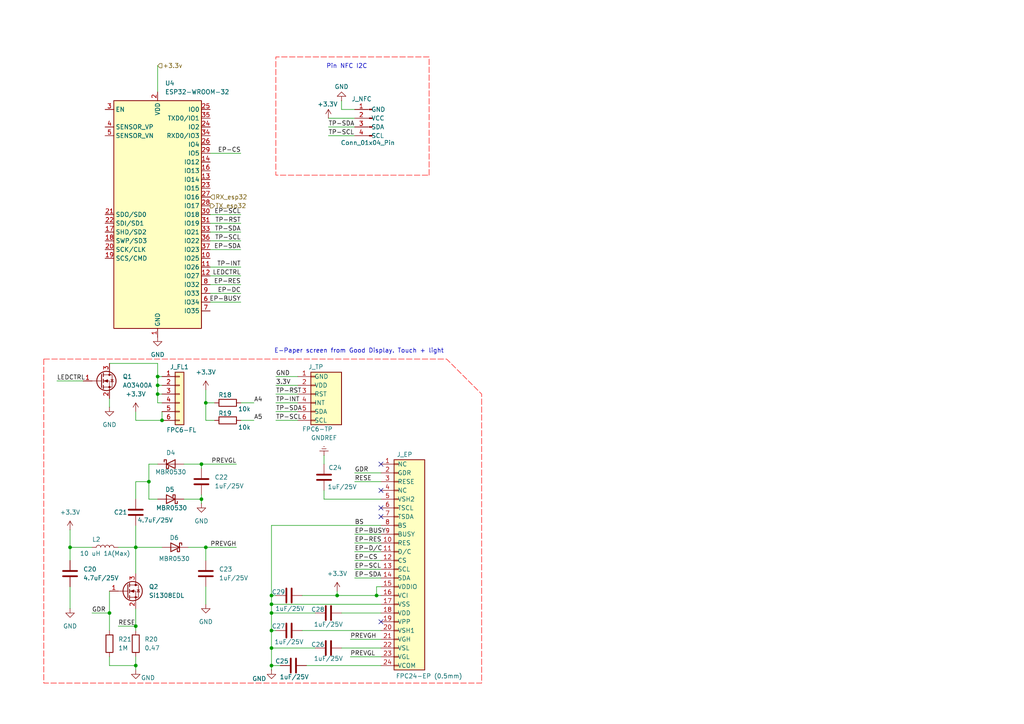
<source format=kicad_sch>
(kicad_sch (version 20250114) (generator "eeschema") (generator_version "9.0")
  (paper "A4")
  (lib_symbols
    (symbol "Conn_01x06_1" (pin_names (offset 1.016))
      (property "Reference" "J_TP" (at -2.032 7.874 0))
      (property "Value" "FPC6-TP" (at -3.81 -10.16 0))
      (symbol "Conn_01x06_1_1_1"
        (rectangle (start -1.27 6.35) (end 7.62 -8.89) (stroke (width 0.254)) (fill (type background)))
        (rectangle (start -1.27 5.207) (end 0 4.953) (stroke (width 0.1524)))
        (rectangle (start -1.27 2.667) (end 0 2.413) (stroke (width 0.1524)))
        (rectangle (start -1.27 0.127) (end 0 -0.127) (stroke (width 0.1524)))
        (rectangle (start -1.27 -2.413) (end 0 -2.667) (stroke (width 0.1524)))
        (rectangle (start -1.27 -4.953) (end 0 -5.207) (stroke (width 0.1524)))
        (rectangle (start -1.27 -7.493) (end 0 -7.747) (stroke (width 0.1524)))
        (pin passive line (at -5.08 5.08 0) (length 3.81) (name "GND") (number "1"))
        (pin passive line (at -5.08 2.54 0) (length 3.81) (name "VDD") (number "2"))
        (pin passive line (at -5.08 0 0) (length 3.81) (name "RST") (number "3"))
        (pin passive line (at -5.08 -2.54 0) (length 3.81) (name "INT") (number "4"))
        (pin passive line (at -5.08 -5.08 0) (length 3.81) (name "SDA") (number "5"))
        (pin passive line (at -5.08 -7.62 0) (length 3.81) (name "SCL") (number "6"))
      )
    )
    (symbol "Connector:Conn_01x04_Pin" (pin_names (offset 1.016))
      (property "Reference" "J_NFC" (at 3.048 5.588 0))
      (property "Value" "Conn_01x04_Pin" (at 1.27 -7.112 0))
      (symbol "Conn_01x04_Pin_1_1"
        (rectangle (start 0.8636 2.667) (end 0 2.413) (stroke (width 0.1524)) (fill (type outline)))
        (rectangle (start 0.8636 0.127) (end 0 -0.127) (stroke (width 0.1524)) (fill (type outline)))
        (rectangle (start 0.8636 -2.413) (end 0 -2.667) (stroke (width 0.1524)) (fill (type outline)))
        (rectangle (start 0.8636 -4.953) (end 0 -5.207) (stroke (width 0.1524)) (fill (type outline)))
        (polyline (pts (xy 1.27 2.54) (xy 0.8636 2.54)) (stroke (width 0.1524)))
        (polyline (pts (xy 1.27 0) (xy 0.8636 0)) (stroke (width 0.1524)))
        (polyline (pts (xy 1.27 -2.54) (xy 0.8636 -2.54)) (stroke (width 0.1524)))
        (polyline (pts (xy 1.27 -5.08) (xy 0.8636 -5.08)) (stroke (width 0.1524)))
        (pin power_in line (at 5.08 2.54 180) (length 3.81) (name "GND") (number "1"))
        (pin power_in line (at 5.08 0 180) (length 3.81) (name "VCC") (number "2"))
        (pin bidirectional line (at 5.08 -2.54 180) (length 3.81) (name "SDA") (number "3"))
        (pin bidirectional line (at 5.08 -5.08 180) (length 3.81) (name "SCL") (number "4"))
      )
    )
    (symbol "Connector_Generic:Conn_01x06" (pin_names (offset 1.016) (hide yes))
      (property "Reference" "J" (at 0 7.62 0))
      (property "Value" "Conn_01x06" (at 0 -10.16 0))
      (symbol "Conn_01x06_1_1"
        (rectangle (start -1.27 6.35) (end 1.27 -8.89) (stroke (width 0.254)) (fill (type background)))
        (rectangle (start -1.27 5.207) (end 0 4.953) (stroke (width 0.1524)))
        (rectangle (start -1.27 2.667) (end 0 2.413) (stroke (width 0.1524)))
        (rectangle (start -1.27 0.127) (end 0 -0.127) (stroke (width 0.1524)))
        (rectangle (start -1.27 -2.413) (end 0 -2.667) (stroke (width 0.1524)))
        (rectangle (start -1.27 -4.953) (end 0 -5.207) (stroke (width 0.1524)))
        (rectangle (start -1.27 -7.493) (end 0 -7.747) (stroke (width 0.1524)))
        (pin passive line (at -5.08 5.08 0) (length 3.81) (name "Pin_1") (number "1"))
        (pin passive line (at -5.08 2.54 0) (length 3.81) (name "Pin_2") (number "2"))
        (pin passive line (at -5.08 0 0) (length 3.81) (name "Pin_3") (number "3"))
        (pin passive line (at -5.08 -2.54 0) (length 3.81) (name "Pin_4") (number "4"))
        (pin passive line (at -5.08 -5.08 0) (length 3.81) (name "Pin_5") (number "5"))
        (pin passive line (at -5.08 -7.62 0) (length 3.81) (name "Pin_6") (number "6"))
      )
    )
    (symbol "Connector_Generic:Conn_01x24" (pin_names (offset 1.016))
      (property "Reference" "J1" (at 2.54 0.0001 0))
      (property "Value" "Conn_01x24" (at -24.13 -1.2699 0))
      (symbol "Conn_01x24_1_1"
        (rectangle (start -1.27 29.21) (end 7.62 -31.75) (stroke (width 0.254)) (fill (type background)))
        (rectangle (start -1.27 28.067) (end 0 27.813) (stroke (width 0.1524)))
        (rectangle (start -1.27 25.527) (end 0 25.273) (stroke (width 0.1524)))
        (rectangle (start -1.27 22.987) (end 0 22.733) (stroke (width 0.1524)))
        (rectangle (start -1.27 20.447) (end 0 20.193) (stroke (width 0.1524)))
        (rectangle (start -1.27 17.907) (end 0 17.653) (stroke (width 0.1524)))
        (rectangle (start -1.27 15.367) (end 0 15.113) (stroke (width 0.1524)))
        (rectangle (start -1.27 12.827) (end 0 12.573) (stroke (width 0.1524)))
        (rectangle (start -1.27 10.287) (end 0 10.033) (stroke (width 0.1524)))
        (rectangle (start -1.27 7.747) (end 0 7.493) (stroke (width 0.1524)))
        (rectangle (start -1.27 5.207) (end 0 4.953) (stroke (width 0.1524)))
        (rectangle (start -1.27 2.667) (end 0 2.413) (stroke (width 0.1524)))
        (rectangle (start -1.27 0.127) (end 0 -0.127) (stroke (width 0.1524)))
        (rectangle (start -1.27 -2.413) (end 0 -2.667) (stroke (width 0.1524)))
        (rectangle (start -1.27 -4.953) (end 0 -5.207) (stroke (width 0.1524)))
        (rectangle (start -1.27 -7.493) (end 0 -7.747) (stroke (width 0.1524)))
        (rectangle (start -1.27 -10.033) (end 0 -10.287) (stroke (width 0.1524)))
        (rectangle (start -1.27 -12.573) (end 0 -12.827) (stroke (width 0.1524)))
        (rectangle (start -1.27 -15.113) (end 0 -15.367) (stroke (width 0.1524)))
        (rectangle (start -1.27 -17.653) (end 0 -17.907) (stroke (width 0.1524)))
        (rectangle (start -1.27 -20.193) (end 0 -20.447) (stroke (width 0.1524)))
        (rectangle (start -1.27 -22.733) (end 0 -22.987) (stroke (width 0.1524)))
        (rectangle (start -1.27 -25.273) (end 0 -25.527) (stroke (width 0.1524)))
        (rectangle (start -1.27 -27.813) (end 0 -28.067) (stroke (width 0.1524)))
        (rectangle (start -1.27 -30.353) (end 0 -30.607) (stroke (width 0.1524)))
        (pin passive line (at -5.08 27.94 0) (length 3.81) (name "NC") (number "1"))
        (pin passive line (at -5.08 25.4 0) (length 3.81) (name "GDR") (number "2"))
        (pin passive line (at -5.08 22.86 0) (length 3.81) (name "RESE") (number "3"))
        (pin passive line (at -5.08 20.32 0) (length 3.81) (name "NC") (number "4"))
        (pin passive line (at -5.08 17.78 0) (length 3.81) (name "VSH2") (number "5"))
        (pin passive line (at -5.08 15.24 0) (length 3.81) (name "TSCL") (number "6"))
        (pin passive line (at -5.08 12.7 0) (length 3.81) (name "TSDA") (number "7"))
        (pin passive line (at -5.08 10.16 0) (length 3.81) (name "BS") (number "8"))
        (pin passive line (at -5.08 7.62 0) (length 3.81) (name "BUSY") (number "9"))
        (pin passive line (at -5.08 5.08 0) (length 3.81) (name "RES") (number "10"))
        (pin passive line (at -5.08 2.54 0) (length 3.81) (name "D/C") (number "11"))
        (pin passive line (at -5.08 0 0) (length 3.81) (name "CS") (number "12"))
        (pin passive line (at -5.08 -2.54 0) (length 3.81) (name "SCL") (number "13"))
        (pin passive line (at -5.08 -5.08 0) (length 3.81) (name "SDA") (number "14"))
        (pin passive line (at -5.08 -7.62 0) (length 3.81) (name "VDDIO") (number "15"))
        (pin passive line (at -5.08 -10.16 0) (length 3.81) (name "VCI") (number "16"))
        (pin passive line (at -5.08 -12.7 0) (length 3.81) (name "VSS") (number "17"))
        (pin passive line (at -5.08 -15.24 0) (length 3.81) (name "VDD") (number "18"))
        (pin passive line (at -5.08 -17.78 0) (length 3.81) (name "VPP") (number "19"))
        (pin passive line (at -5.08 -20.32 0) (length 3.81) (name "VSH1") (number "20"))
        (pin passive line (at -5.08 -22.86 0) (length 3.81) (name "VGH") (number "21"))
        (pin passive line (at -5.08 -25.4 0) (length 3.81) (name "VSL") (number "22"))
        (pin passive line (at -5.08 -27.94 0) (length 3.81) (name "VGL") (number "23"))
        (pin passive line (at -5.08 -30.48 0) (length 3.81) (name "VCOM") (number "24"))
      )
    )
    (symbol "Device:C" (pin_numbers (hide yes)) (pin_names (offset 0.254))
      (property "Reference" "C" (at 0.635 2.54 0))
      (property "Value" "C" (at 0.635 -2.54 0))
      (symbol "C_0_1"
        (polyline (pts (xy -2.032 0.762) (xy 2.032 0.762)) (stroke (width 0.508)))
        (polyline (pts (xy -2.032 -0.762) (xy 2.032 -0.762)) (stroke (width 0.508)))
      )
      (symbol "C_1_1"
        (pin passive line (at 0 3.81 270) (length 2.794) (name "~") (number "1"))
        (pin passive line (at 0 -3.81 90) (length 2.794) (name "~") (number "2"))
      )
    )
    (symbol "Device:L" (pin_numbers (hide yes)) (pin_names (offset 1.016) (hide yes))
      (property "Reference" "L" (at -1.27 0 90))
      (property "Value" "L" (at 1.905 0 90))
      (symbol "L_0_1"
        (arc (start 0 2.54) (mid 0.6323 1.905) (end 0 1.27))
        (arc (start 0 1.27) (mid 0.6323 0.635) (end 0 0))
        (arc (start 0 0) (mid 0.6323 -0.635) (end 0 -1.27))
        (arc (start 0 -1.27) (mid 0.6323 -1.905) (end 0 -2.54))
      )
      (symbol "L_1_1"
        (pin passive line (at 0 3.81 270) (length 1.27) (name "1") (number "1"))
        (pin passive line (at 0 -3.81 90) (length 1.27) (name "2") (number "2"))
      )
    )
    (symbol "Device:R" (pin_numbers (hide yes)) (pin_names (offset 0))
      (property "Reference" "R" (at 2.032 0 90))
      (property "Value" "R" (at 0 0 90))
      (symbol "R_0_1"
        (rectangle (start -1.016 -2.54) (end 1.016 2.54) (stroke (width 0.254)))
      )
      (symbol "R_1_1"
        (pin passive line (at 0 3.81 270) (length 1.27) (name "~") (number "1"))
        (pin passive line (at 0 -3.81 90) (length 1.27) (name "~") (number "2"))
      )
    )
    (symbol "Diode:MBR0530" (pin_numbers (hide yes)) (pin_names (offset 1.016) (hide yes))
      (property "Reference" "D" (at 0 2.54 0))
      (property "Value" "MBR0530" (at 0 -2.54 0))
      (symbol "MBR0530_0_1"
        (polyline (pts (xy -1.905 0.635) (xy -1.905 1.27) (xy -1.27 1.27) (xy -1.27 -1.27) (xy -0.635 -1.27) (xy -0.635 -0.635)) (stroke (width 0.254)))
        (polyline (pts (xy 1.27 1.27) (xy 1.27 -1.27) (xy -1.27 0) (xy 1.27 1.27)) (stroke (width 0.254)))
        (polyline (pts (xy 1.27 0) (xy -1.27 0)))
      )
      (symbol "MBR0530_1_1"
        (pin passive line (at -3.81 0 0) (length 2.54) (name "K") (number "1"))
        (pin passive line (at 3.81 0 180) (length 2.54) (name "A") (number "2"))
      )
    )
    (symbol "RF_Module:ESP32-WROOM-32"
      (property "Reference" "U" (at -12.7 34.29 0))
      (property "Value" "ESP32-WROOM-32" (at 1.27 34.29 0))
      (symbol "ESP32-WROOM-32_0_1"
        (rectangle (start -12.7 33.02) (end 12.7 -33.02) (stroke (width 0.254)) (fill (type background)))
      )
      (symbol "ESP32-WROOM-32_1_1"
        (pin input line (at -15.24 30.48 0) (length 2.54) (name "EN") (number "3"))
        (pin input line (at -15.24 25.4 0) (length 2.54) (name "SENSOR_VP") (number "4"))
        (pin input line (at -15.24 22.86 0) (length 2.54) (name "SENSOR_VN") (number "5"))
        (pin bidirectional line (at -15.24 0 0) (length 2.54) (name "SDO/SD0") (number "21"))
        (pin bidirectional line (at -15.24 -2.54 0) (length 2.54) (name "SDI/SD1") (number "22"))
        (pin bidirectional line (at -15.24 -5.08 0) (length 2.54) (name "SHD/SD2") (number "17"))
        (pin bidirectional line (at -15.24 -7.62 0) (length 2.54) (name "SWP/SD3") (number "18"))
        (pin bidirectional line (at -15.24 -10.16 0) (length 2.54) (name "SCK/CLK") (number "20"))
        (pin bidirectional line (at -15.24 -12.7 0) (length 2.54) (name "SCS/CMD") (number "19"))
        (pin no_connect line (at -12.7 -27.94 0) (length 2.54) (hide yes) (name "NC") (number "32"))
        (pin power_in line (at 0 35.56 270) (length 2.54) (name "VDD") (number "2"))
        (pin power_in line (at 0 -35.56 90) (length 2.54) (name "GND") (number "1"))
        (pin passive line (at 0 -35.56 90) (length 2.54) (hide yes) (name "GND") (number "15"))
        (pin passive line (at 0 -35.56 90) (length 2.54) (hide yes) (name "GND") (number "38"))
        (pin passive line (at 0 -35.56 90) (length 2.54) (hide yes) (name "GND") (number "39"))
        (pin bidirectional line (at 15.24 30.48 180) (length 2.54) (name "IO0") (number "25"))
        (pin bidirectional line (at 15.24 27.94 180) (length 2.54) (name "TXD0/IO1") (number "35"))
        (pin bidirectional line (at 15.24 25.4 180) (length 2.54) (name "IO2") (number "24"))
        (pin bidirectional line (at 15.24 22.86 180) (length 2.54) (name "RXD0/IO3") (number "34"))
        (pin bidirectional line (at 15.24 20.32 180) (length 2.54) (name "IO4") (number "26"))
        (pin bidirectional line (at 15.24 17.78 180) (length 2.54) (name "IO5") (number "29"))
        (pin bidirectional line (at 15.24 15.24 180) (length 2.54) (name "IO12") (number "14"))
        (pin bidirectional line (at 15.24 12.7 180) (length 2.54) (name "IO13") (number "16"))
        (pin bidirectional line (at 15.24 10.16 180) (length 2.54) (name "IO14") (number "13"))
        (pin bidirectional line (at 15.24 7.62 180) (length 2.54) (name "IO15") (number "23"))
        (pin bidirectional line (at 15.24 5.08 180) (length 2.54) (name "IO16") (number "27"))
        (pin bidirectional line (at 15.24 2.54 180) (length 2.54) (name "IO17") (number "28"))
        (pin bidirectional line (at 15.24 0 180) (length 2.54) (name "IO18") (number "30"))
        (pin bidirectional line (at 15.24 -2.54 180) (length 2.54) (name "IO19") (number "31"))
        (pin bidirectional line (at 15.24 -5.08 180) (length 2.54) (name "IO21") (number "33"))
        (pin bidirectional line (at 15.24 -7.62 180) (length 2.54) (name "IO22") (number "36"))
        (pin bidirectional line (at 15.24 -10.16 180) (length 2.54) (name "IO23") (number "37"))
        (pin bidirectional line (at 15.24 -12.7 180) (length 2.54) (name "IO25") (number "10"))
        (pin bidirectional line (at 15.24 -15.24 180) (length 2.54) (name "IO26") (number "11"))
        (pin bidirectional line (at 15.24 -17.78 180) (length 2.54) (name "IO27") (number "12"))
        (pin bidirectional line (at 15.24 -20.32 180) (length 2.54) (name "IO32") (number "8"))
        (pin bidirectional line (at 15.24 -22.86 180) (length 2.54) (name "IO33") (number "9"))
        (pin input line (at 15.24 -25.4 180) (length 2.54) (name "IO34") (number "6"))
        (pin input line (at 15.24 -27.94 180) (length 2.54) (name "IO35") (number "7"))
      )
    )
    (symbol "Transistor_FET:AO3400A" (pin_names (offset 0) (hide yes))
      (property "Reference" "Q" (at 5.08 1.905 0))
      (property "Value" "AO3400A" (at 5.08 0 0))
      (symbol "AO3400A_0_1"
        (polyline (pts (xy 0.254 1.905) (xy 0.254 -1.905)) (stroke (width 0.254)))
        (polyline (pts (xy 0.254 0) (xy -2.54 0)))
        (polyline (pts (xy 0.762 2.286) (xy 0.762 1.27)) (stroke (width 0.254)))
        (polyline (pts (xy 0.762 0.508) (xy 0.762 -0.508)) (stroke (width 0.254)))
        (polyline (pts (xy 0.762 -1.27) (xy 0.762 -2.286)) (stroke (width 0.254)))
        (polyline (pts (xy 0.762 -1.778) (xy 3.302 -1.778) (xy 3.302 1.778) (xy 0.762 1.778)))
        (polyline (pts (xy 1.016 0) (xy 2.032 0.381) (xy 2.032 -0.381) (xy 1.016 0)) (fill (type outline)))
        (circle (center 1.651 0) (radius 2.794) (stroke (width 0.254)))
        (polyline (pts (xy 2.54 2.54) (xy 2.54 1.778)))
        (circle (center 2.54 1.778) (radius 0.254) (fill (type outline)))
        (circle (center 2.54 -1.778) (radius 0.254) (fill (type outline)))
        (polyline (pts (xy 2.54 -2.54) (xy 2.54 0) (xy 0.762 0)))
        (polyline (pts (xy 2.921 0.381) (xy 3.683 0.381)))
        (polyline (pts (xy 3.302 0.381) (xy 2.921 -0.254) (xy 3.683 -0.254) (xy 3.302 0.381)))
      )
      (symbol "AO3400A_1_1"
        (pin input line (at -5.08 0 0) (length 2.54) (name "G") (number "1"))
        (pin passive line (at 2.54 5.08 270) (length 2.54) (name "D") (number "3"))
        (pin passive line (at 2.54 -5.08 90) (length 2.54) (name "S") (number "2"))
      )
    )
    (symbol "Transistor_FET:Si1308EDL" (pin_names (offset 0) (hide yes))
      (property "Reference" "Q" (at 5.08 1.905 0))
      (property "Value" "Si1308EDL" (at 5.08 0 0))
      (symbol "Si1308EDL_0_1"
        (polyline (pts (xy 0.254 1.905) (xy 0.254 -1.905)) (stroke (width 0.254)))
        (polyline (pts (xy 0.254 0) (xy -2.54 0)))
        (polyline (pts (xy 0.762 2.286) (xy 0.762 1.27)) (stroke (width 0.254)))
        (polyline (pts (xy 0.762 0.508) (xy 0.762 -0.508)) (stroke (width 0.254)))
        (polyline (pts (xy 0.762 -1.27) (xy 0.762 -2.286)) (stroke (width 0.254)))
        (polyline (pts (xy 0.762 -1.778) (xy 3.302 -1.778) (xy 3.302 1.778) (xy 0.762 1.778)))
        (polyline (pts (xy 1.016 0) (xy 2.032 0.381) (xy 2.032 -0.381) (xy 1.016 0)) (fill (type outline)))
        (circle (center 1.651 0) (radius 2.794) (stroke (width 0.254)))
        (polyline (pts (xy 2.54 2.54) (xy 2.54 1.778)))
        (circle (center 2.54 1.778) (radius 0.254) (fill (type outline)))
        (circle (center 2.54 -1.778) (radius 0.254) (fill (type outline)))
        (polyline (pts (xy 2.54 -2.54) (xy 2.54 0) (xy 0.762 0)))
        (polyline (pts (xy 2.921 0.381) (xy 3.683 0.381)))
        (polyline (pts (xy 3.302 0.381) (xy 2.921 -0.254) (xy 3.683 -0.254) (xy 3.302 0.381)))
      )
      (symbol "Si1308EDL_1_1"
        (pin input line (at -5.08 0 0) (length 2.54) (name "G") (number "1"))
        (pin passive line (at 2.54 5.08 270) (length 2.54) (name "D") (number "3"))
        (pin passive line (at 2.54 -5.08 90) (length 2.54) (name "S") (number "2"))
      )
    )
    (symbol "power:+3.3V" (power) (pin_numbers (hide yes)) (pin_names (offset 0) (hide yes))
      (property "Value" "+3.3V" (at 0 3.556 0))
      (symbol "+3.3V_0_1"
        (polyline (pts (xy -0.762 1.27) (xy 0 2.54)))
        (polyline (pts (xy 0 2.54) (xy 0.762 1.27)))
        (polyline (pts (xy 0 0) (xy 0 2.54)))
      )
      (symbol "+3.3V_1_1"
        (pin power_in line (at 0 0 90) (length 0) (name "~") (number "1"))
      )
    )
    (symbol "power:GND" (power) (pin_numbers (hide yes)) (pin_names (offset 0) (hide yes))
      (property "Value" "GND" (at 0 -3.81 0))
      (symbol "GND_0_1"
        (polyline (pts (xy 0 0) (xy 0 -1.27) (xy 1.27 -1.27) (xy 0 -2.54) (xy -1.27 -1.27) (xy 0 -1.27)))
      )
      (symbol "GND_1_1"
        (pin power_in line (at 0 0 270) (length 0) (name "~") (number "1"))
      )
    )
    (symbol "power:GNDREF" (power) (pin_numbers (hide yes)) (pin_names (offset 0) (hide yes))
      (property "Value" "GNDREF" (at 0 -3.81 0))
      (symbol "GNDREF_0_1"
        (polyline (pts (xy -0.635 -1.905) (xy 0.635 -1.905)))
        (polyline (pts (xy -0.127 -2.54) (xy 0.127 -2.54)))
        (polyline (pts (xy 0 -1.27) (xy 0 0)))
        (polyline (pts (xy 1.27 -1.27) (xy -1.27 -1.27)))
      )
      (symbol "GNDREF_1_1"
        (pin power_in line (at 0 0 270) (length 0) (name "~") (number "1"))
      )
    )
  )
  (text "Pin NFC I2C" (at 100.584 19.304 0) (effects (font (size 1.27 1.27))))
  (text "E-Paper screen from Good Display. Touch + light" (at 104.14 101.854 0) (effects (font (size 1.27 1.27))))
  (junction (at 31.75 177.8))
  (junction (at 97.79 172.72))
  (junction (at 109.22 172.72))
  (junction (at 78.74 175.26))
  (junction (at 78.74 182.88))
  (junction (at 39.37 193.04))
  (junction (at 39.37 181.61))
  (junction (at 43.18 139.7))
  (junction (at 59.69 158.75))
  (junction (at 58.42 134.62))
  (junction (at 45.72 109.22))
  (junction (at 58.42 144.78))
  (junction (at 45.72 111.76))
  (junction (at 45.72 114.3))
  (junction (at 78.74 172.72))
  (junction (at 59.69 116.84))
  (junction (at 46.99 121.92))
  (junction (at 78.74 187.96))
  (junction (at 78.74 177.8))
  (junction (at 20.32 158.75))
  (junction (at 78.74 193.04))
  (junction (at 39.37 158.75))
  (no_connect (at 110.49 134.62))
  (no_connect (at 110.49 149.86))
  (no_connect (at 110.49 142.24))
  (no_connect (at 110.49 147.32))
  (no_connect (at 110.49 180.34))
  (wire (pts (xy 99.06 31.75) (xy 99.06 29.21)))
  (wire (pts (xy 53.34 134.62) (xy 58.42 134.62)))
  (wire (pts (xy 102.87 162.56) (xy 110.49 162.56)))
  (wire (pts (xy 59.69 158.75) (xy 68.58 158.75)))
  (wire (pts (xy 80.01 182.88) (xy 78.74 182.88)))
  (wire (pts (xy 109.22 172.72) (xy 110.49 172.72)))
  (wire (pts (xy 20.32 170.18) (xy 20.32 176.53)))
  (wire (pts (xy 102.87 157.48) (xy 110.49 157.48)))
  (wire (pts (xy 45.72 109.22) (xy 45.72 111.76)))
  (wire (pts (xy 93.98 144.78) (xy 110.49 144.78)))
  (wire (pts (xy 39.37 139.7) (xy 43.18 139.7)))
  (wire (pts (xy 45.72 111.76) (xy 46.99 111.76)))
  (wire (pts (xy 60.96 80.01) (xy 69.85 80.01)))
  (wire (pts (xy 59.69 158.75) (xy 59.69 162.56)))
  (wire (pts (xy 110.49 170.18) (xy 109.22 170.18)))
  (wire (pts (xy 26.67 177.8) (xy 31.75 177.8)))
  (wire (pts (xy 62.23 121.92) (xy 59.69 121.92)))
  (wire (pts (xy 93.98 132.08) (xy 93.98 134.62)))
  (wire (pts (xy 95.25 34.29) (xy 102.87 34.29)))
  (wire (pts (xy 60.96 69.85) (xy 69.85 69.85)))
  (wire (pts (xy 39.37 119.38) (xy 39.37 121.92)))
  (wire (pts (xy 59.69 116.84) (xy 62.23 116.84)))
  (wire (pts (xy 102.87 137.16) (xy 110.49 137.16)))
  (wire (pts (xy 20.32 153.67) (xy 20.32 158.75)))
  (wire (pts (xy 110.49 175.26) (xy 78.74 175.26)))
  (wire (pts (xy 24.13 110.49) (xy 16.51 110.49)))
  (wire (pts (xy 95.25 39.37) (xy 102.87 39.37)))
  (wire (pts (xy 45.72 116.84) (xy 46.99 116.84)))
  (wire (pts (xy 102.87 139.7) (xy 110.49 139.7)))
  (wire (pts (xy 20.32 158.75) (xy 20.32 162.56)))
  (wire (pts (xy 54.61 158.75) (xy 59.69 158.75)))
  (wire (pts (xy 39.37 158.75) (xy 46.99 158.75)))
  (wire (pts (xy 78.74 175.26) (xy 78.74 177.8)))
  (wire (pts (xy 80.01 114.3) (xy 86.36 114.3)))
  (wire (pts (xy 59.69 170.18) (xy 59.69 175.26)))
  (wire (pts (xy 45.72 114.3) (xy 46.99 114.3)))
  (wire (pts (xy 53.34 144.78) (xy 58.42 144.78)))
  (wire (pts (xy 60.96 67.31) (xy 69.85 67.31)))
  (wire (pts (xy 39.37 166.37) (xy 39.37 158.75)))
  (wire (pts (xy 45.72 114.3) (xy 45.72 116.84)))
  (wire (pts (xy 34.29 158.75) (xy 39.37 158.75)))
  (wire (pts (xy 45.72 19.05) (xy 45.72 26.67)))
  (wire (pts (xy 60.96 64.77) (xy 69.85 64.77)))
  (wire (pts (xy 39.37 158.75) (xy 39.37 152.4)))
  (wire (pts (xy 39.37 121.92) (xy 46.99 121.92)))
  (wire (pts (xy 102.87 160.02) (xy 110.49 160.02)))
  (wire (pts (xy 58.42 144.78) (xy 58.42 146.05)))
  (wire (pts (xy 39.37 144.78) (xy 39.37 139.7)))
  (wire (pts (xy 31.75 171.45) (xy 31.75 177.8)))
  (wire (pts (xy 101.6 190.5) (xy 110.49 190.5)))
  (wire (pts (xy 78.74 177.8) (xy 78.74 182.88)))
  (wire (pts (xy 99.06 177.8) (xy 110.49 177.8)))
  (wire (pts (xy 78.74 187.96) (xy 78.74 193.04)))
  (wire (pts (xy 102.87 165.1) (xy 110.49 165.1)))
  (wire (pts (xy 58.42 134.62) (xy 68.58 134.62)))
  (wire (pts (xy 31.75 105.41) (xy 45.72 105.41)))
  (wire (pts (xy 78.74 152.4) (xy 78.74 172.72)))
  (wire (pts (xy 80.01 116.84) (xy 86.36 116.84)))
  (wire (pts (xy 88.9 193.04) (xy 110.49 193.04)))
  (wire (pts (xy 45.72 109.22) (xy 46.99 109.22)))
  (wire (pts (xy 93.98 142.24) (xy 93.98 144.78)))
  (wire (pts (xy 78.74 193.04) (xy 78.74 194.31)))
  (wire (pts (xy 97.79 172.72) (xy 87.63 172.72)))
  (wire (pts (xy 34.29 181.61) (xy 39.37 181.61)))
  (wire (pts (xy 102.87 167.64) (xy 110.49 167.64)))
  (wire (pts (xy 31.75 193.04) (xy 39.37 193.04)))
  (wire (pts (xy 81.28 193.04) (xy 78.74 193.04)))
  (wire (pts (xy 58.42 135.89) (xy 58.42 134.62)))
  (wire (pts (xy 45.72 134.62) (xy 43.18 134.62)))
  (wire (pts (xy 39.37 181.61) (xy 39.37 182.88)))
  (wire (pts (xy 45.72 105.41) (xy 45.72 109.22)))
  (wire (pts (xy 69.85 116.84) (xy 73.66 116.84)))
  (wire (pts (xy 31.75 177.8) (xy 31.75 182.88)))
  (wire (pts (xy 39.37 193.04) (xy 39.37 194.31)))
  (wire (pts (xy 43.18 134.62) (xy 43.18 139.7)))
  (wire (pts (xy 46.99 119.38) (xy 46.99 121.92)))
  (wire (pts (xy 78.74 182.88) (xy 78.74 187.96)))
  (wire (pts (xy 78.74 172.72) (xy 78.74 175.26)))
  (wire (pts (xy 80.01 172.72) (xy 78.74 172.72)))
  (wire (pts (xy 60.96 87.63) (xy 69.85 87.63)))
  (wire (pts (xy 99.06 187.96) (xy 110.49 187.96)))
  (wire (pts (xy 60.96 44.45) (xy 69.85 44.45)))
  (wire (pts (xy 60.96 82.55) (xy 69.85 82.55)))
  (wire (pts (xy 60.96 62.23) (xy 69.85 62.23)))
  (wire (pts (xy 97.79 172.72) (xy 109.22 172.72)))
  (wire (pts (xy 97.79 171.45) (xy 97.79 172.72)))
  (wire (pts (xy 60.96 85.09) (xy 69.85 85.09)))
  (wire (pts (xy 102.87 31.75) (xy 99.06 31.75)))
  (wire (pts (xy 91.44 177.8) (xy 78.74 177.8)))
  (wire (pts (xy 60.96 72.39) (xy 69.85 72.39)))
  (wire (pts (xy 95.25 36.83) (xy 102.87 36.83)))
  (wire (pts (xy 39.37 190.5) (xy 39.37 193.04)))
  (wire (pts (xy 39.37 176.53) (xy 39.37 181.61)))
  (wire (pts (xy 43.18 139.7) (xy 43.18 144.78)))
  (wire (pts (xy 80.01 121.92) (xy 86.36 121.92)))
  (wire (pts (xy 59.69 113.03) (xy 59.69 116.84)))
  (wire (pts (xy 59.69 121.92) (xy 59.69 116.84)))
  (wire (pts (xy 101.6 185.42) (xy 110.49 185.42)))
  (wire (pts (xy 78.74 152.4) (xy 110.49 152.4)))
  (wire (pts (xy 45.72 111.76) (xy 45.72 114.3)))
  (wire (pts (xy 102.87 154.94) (xy 110.49 154.94)))
  (wire (pts (xy 80.01 111.76) (xy 86.36 111.76)))
  (wire (pts (xy 31.75 115.57) (xy 31.75 118.11)))
  (wire (pts (xy 31.75 190.5) (xy 31.75 193.04)))
  (wire (pts (xy 87.63 182.88) (xy 110.49 182.88)))
  (wire (pts (xy 109.22 170.18) (xy 109.22 172.72)))
  (wire (pts (xy 80.01 119.38) (xy 86.36 119.38)))
  (wire (pts (xy 60.96 77.47) (xy 69.85 77.47)))
  (wire (pts (xy 43.18 144.78) (xy 45.72 144.78)))
  (wire (pts (xy 26.67 158.75) (xy 20.32 158.75)))
  (wire (pts (xy 58.42 143.51) (xy 58.42 144.78)))
  (wire (pts (xy 80.01 109.22) (xy 86.36 109.22)))
  (wire (pts (xy 69.85 121.92) (xy 73.66 121.92)))
  (wire (pts (xy 91.44 187.96) (xy 78.74 187.96)))
  (label "PREVGH" (at 68.58 158.75 180))
  (label "EP-SCL" (at 69.85 62.23 180))
  (label "TP-SCL" (at 69.85 69.85 180))
  (label "A4" (at 73.66 116.84 0))
  (label "GDR" (at 26.67 177.8 0))
  (label "EP-RES" (at 102.87 157.48 0))
  (label "EP-SCL" (at 102.87 165.1 0))
  (label "A5" (at 73.66 121.92 0))
  (label "BS" (at 102.87 152.4 0))
  (label "EP-CS" (at 102.87 162.56 0))
  (label "TP-SDA" (at 95.25 36.83 0))
  (label "" (at 80.01 109.22 0))
  (label "LEDCTRL" (at 16.51 110.49 0))
  (label "EP-BUSY" (at 69.85 87.63 180))
  (label "RESE" (at 102.87 139.7 0))
  (label "GDR" (at 102.87 137.16 0))
  (label "3.3V" (at 80.01 111.76 0))
  (label "TP-SCL" (at 95.25 39.37 0))
  (label "EP-SDA" (at 102.87 167.64 0))
  (label "PREVGL" (at 68.58 134.62 180))
  (label "EP-D{slash}C" (at 102.87 160.02 0))
  (label "EP-SDA" (at 69.85 72.39 180))
  (label "RESE" (at 34.29 181.61 0))
  (label "" (at 138.43 87.63 0))
  (label "GND" (at 80.01 109.22 0))
  (label "EP-CS" (at 69.85 44.45 180))
  (label "PREVGH" (at 101.6 185.42 0))
  (label "EP-RES" (at 69.85 82.55 180))
  (label "TP-INT" (at 69.85 77.47 180))
  (label "EP-DC" (at 69.85 85.09 180))
  (label "LEDCTRL" (at 69.85 80.01 180))
  (label "TP-SCL" (at 80.01 121.92 0))
  (label "" (at 86.36 109.22 0))
  (label "EP-BUSY" (at 102.87 154.94 0))
  (label "TP-RST" (at 80.01 114.3 0))
  (label "TP-INT" (at 80.01 116.84 0))
  (label "TP-SDA" (at 69.85 67.31 180))
  (label "PREVGL" (at 101.6 190.5 0))
  (label "TP-RST" (at 69.85 64.77 180))
  (label "TP-SDA" (at 80.01 119.38 0))
  (hierarchical_label "RX_esp32" (shape input) (at 60.96 57.15 0))
  (hierarchical_label "+3.3v" (shape input) (at 45.72 19.05 0))
  (hierarchical_label "TX_esp32" (shape output) (at 60.96 59.69 0))
  (rule_area (polyline (pts (xy 12.7 104.14) (xy 129.54 104.14) (xy 139.7 114.3) (xy 139.7 198.12) (xy 12.7 198.12)) (stroke (width 0) (type dash))))
  (rule_area (polyline (pts (xy 124.46 50.8) (xy 124.46 16.51) (xy 80.01 16.51) (xy 80.01 50.8)) (stroke (width 0) (type dash))))
  (symbol (lib_id "power:GND") (at 78.74 194.31 0) (unit 1)
    (property "Reference" "#PWR039" (effects (hide yes)))
    (property "Value" "GND" (at 75.184 196.85 0))
    (property "Description" "Power symbol creates a global label with name \"GND\" , ground" (effects (hide yes)))
  )
  (symbol (lib_id "Transistor_FET:AO3400A") (at 29.21 110.49 0) (unit 1)
    (property "Reference" "Q1" (at 35.56 109.2199 0) (effects (justify left)))
    (property "Value" "AO3400A" (at 35.56 111.7599 0) (effects (justify left)))
    (property "Footprint" "Package_TO_SOT_SMD:SOT-23" (effects (hide yes)))
    (property "Datasheet" "http://www.aosmd.com/pdfs/datasheet/AO3400A.pdf" (effects (hide yes)))
    (property "Description" "30V Vds, 5.7A Id, N-Channel MOSFET, SOT-23" (effects (hide yes)))
  )
  (symbol (lib_id "Transistor_FET:Si1308EDL") (at 36.83 171.45 0) (unit 1)
    (property "Reference" "Q2" (at 43.18 170.1799 0) (effects (justify left)))
    (property "Value" "Si1308EDL" (at 43.18 172.7199 0) (effects (justify left)))
    (property "Footprint" "Package_TO_SOT_SMD:SOT-323_SC-70" (effects (hide yes)))
    (property "Datasheet" "https://www.vishay.com/docs/63399/si1308edl.pdf" (effects (hide yes)))
    (property "Description" "30V Vds, 1.4A Id, N-Channel MOSFET, SC-70" (effects (hide yes)))
  )
  (symbol (lib_id "power:GND") (at 99.06 29.21 0) (mirror x) (unit 1)
    (property "Reference" "#PWR044" (effects (hide yes)))
    (property "Value" "GND" (at 99.06 25.146 0))
    (property "Description" "Power symbol creates a global label with name \"GND\" , ground" (effects (hide yes)))
  )
  (symbol (lib_id "power:+3.3V") (at 97.79 171.45 0) (unit 1)
    (property "Reference" "#PWR041" (effects (hide yes)))
    (property "Value" "+3.3V" (at 97.79 166.37 0))
    (property "Description" "Power symbol creates a global label with name \"+3.3V\"" (effects (hide yes)))
  )
  (symbol (lib_id "RF_Module:ESP32-WROOM-32") (at 45.72 62.23 0) (unit 1)
    (property "Reference" "U4" (at 47.8633 24.13 0) (effects (justify left)))
    (property "Value" "ESP32-WROOM-32" (at 47.8633 26.67 0) (effects (justify left)))
    (property "Footprint" "RF_Module:ESP32-WROOM-32" (effects (hide yes)))
    (property "Datasheet" "https://www.espressif.com/sites/default/files/documentation/esp32-wroom-32_datasheet_en.pdf" (effects (hide yes)))
    (property "Description" "RF Module, ESP32-D0WDQ6 SoC, Wi-Fi 802.11b/g/n, Bluetooth, BLE, 32-bit, 2.7-3.6V, onboard antenna, SMD" (effects (hide yes)))
  )
  (symbol (lib_id "power:+3.3V") (at 39.37 119.38 0) (unit 1)
    (property "Reference" "#PWR033" (effects (hide yes)))
    (property "Value" "+3.3V" (at 39.37 114.3 0))
    (property "Description" "Power symbol creates a global label with name \"+3.3V\"" (effects (hide yes)))
  )
  (symbol (lib_name "Conn_01x06_1") (lib_id "Connector_Generic:Conn_01x06") (at 91.44 114.3 0) (unit 1)
    (property "Reference" "J_TP" (at 89.408 106.426 0) (effects (justify left)))
    (property "Value" "FPC6-TP" (at 87.63 124.46 0) (effects (justify left)))
    (property "Description" "Generic connector, single row, 01x06, script generated (kicad-library-utils/schlib/autogen/connector/)" (effects (hide yes)))
  )
  (symbol (lib_id "Device:R") (at 39.37 186.69 0) (unit 1)
    (property "Reference" "R20" (at 41.91 185.4199 0) (effects (justify left)))
    (property "Value" "0.47" (at 41.91 187.9599 0) (effects (justify left)))
    (property "Description" "Resistor" (effects (hide yes)))
  )
  (symbol (lib_id "Device:C") (at 83.82 182.88 90) (unit 1)
    (property "Reference" "C27" (at 80.772 181.61 90))
    (property "Value" "1uF/25V" (at 83.82 186.182 90))
    (property "Description" "Unpolarized capacitor" (effects (hide yes)))
  )
  (symbol (lib_id "Diode:MBR0530") (at 49.53 134.62 0) (unit 1)
    (property "Reference" "D4" (at 49.53 131.318 0))
    (property "Value" "MBR0530" (at 49.53 136.906 0))
    (property "Footprint" "Diode_SMD:D_SOD-123" (effects (hide yes)))
    (property "Datasheet" "http://www.mccsemi.com/up_pdf/MBR0520~MBR0580(SOD123).pdf" (effects (hide yes)))
    (property "Description" "30V 0.5A Schottky Power Rectifier Diode, SOD-123" (effects (hide yes)))
  )
  (symbol (lib_id "Device:C") (at 58.42 139.7 0) (unit 1)
    (property "Reference" "C22" (at 62.23 138.4299 0) (effects (justify left)))
    (property "Value" "1uF/25V" (at 62.23 140.9699 0) (effects (justify left)))
    (property "Description" "Unpolarized capacitor" (effects (hide yes)))
  )
  (symbol (lib_id "Device:R") (at 66.04 116.84 90) (unit 1)
    (property "Reference" "R18" (at 65.278 114.554 90))
    (property "Value" "10k" (at 70.866 118.618 90))
    (property "Description" "Resistor" (effects (hide yes)))
  )
  (symbol (lib_id "Device:C") (at 59.69 166.37 0) (unit 1)
    (property "Reference" "C23" (at 63.5 165.0999 0) (effects (justify left)))
    (property "Value" "1uF/25V" (at 63.5 167.6399 0) (effects (justify left)))
    (property "Description" "Unpolarized capacitor" (effects (hide yes)))
  )
  (symbol (lib_id "Connector_Generic:Conn_01x24") (at 115.57 162.56 0) (unit 1)
    (property "Reference" "J_EP" (at 115.062 131.826 0) (effects (justify left)))
    (property "Value" "FPC24-EP (0.5mm)" (at 114.808 196.088 0) (effects (justify left)))
    (property "Footprint" "Connector_FFC-FPC:TE_2-1734839-4_1x24-1MP_P0.5mm_Horizontal" (effects (hide yes)))
    (property "Description" "Generic connector, single row, 01x24, script generated (kicad-library-utils/schlib/autogen/connector/)" (effects (hide yes)))
  )
  (symbol (lib_id "power:+3.3V") (at 95.25 34.29 0) (unit 1)
    (property "Reference" "#PWR043" (effects (hide yes)))
    (property "Value" "+3.3V" (at 94.996 30.226 0))
    (property "Description" "Power symbol creates a global label with name \"+3.3V\"" (effects (hide yes)))
  )
  (symbol (lib_id "Device:C") (at 39.37 148.59 0) (unit 1)
    (property "Reference" "C21" (at 33.02 148.59 0) (effects (justify left)))
    (property "Value" "4.7uF/25V" (at 39.878 150.876 0) (effects (justify left)))
    (property "Description" "Unpolarized capacitor" (effects (hide yes)))
  )
  (symbol (lib_id "power:+3.3V") (at 59.69 113.03 0) (unit 1)
    (property "Reference" "#PWR034" (effects (hide yes)))
    (property "Value" "+3.3V" (at 59.69 107.95 0))
    (property "Description" "Power symbol creates a global label with name \"+3.3V\"" (effects (hide yes)))
  )
  (symbol (lib_id "power:GNDREF") (at 93.98 132.08 0) (mirror x) (unit 1)
    (property "Reference" "#PWR042" (effects (hide yes)))
    (property "Value" "GNDREF" (at 93.98 127 0))
    (property "Description" "Power symbol creates a global label with name \"GNDREF\" , reference supply ground" (effects (hide yes)))
  )
  (symbol (lib_id "power:+3.3V") (at 20.32 153.67 0) (unit 1)
    (property "Reference" "#PWR040" (effects (hide yes)))
    (property "Value" "+3.3V" (at 20.32 148.59 0))
    (property "Description" "Power symbol creates a global label with name \"+3.3V\"" (effects (hide yes)))
  )
  (symbol (lib_id "power:GND") (at 59.69 175.26 0) (unit 1)
    (property "Reference" "#PWR037" (effects (hide yes)))
    (property "Value" "GND" (at 59.69 180.34 0))
    (property "Description" "Power symbol creates a global label with name \"GND\" , ground" (effects (hide yes)))
  )
  (symbol (lib_id "Device:C") (at 93.98 138.43 0) (unit 1)
    (property "Reference" "C24" (at 95.25 135.636 0) (effects (justify left)))
    (property "Value" "1uF/25V" (at 94.996 141.224 0) (effects (justify left)))
    (property "Description" "Unpolarized capacitor" (effects (hide yes)))
  )
  (symbol (lib_id "Device:C") (at 20.32 166.37 0) (unit 1)
    (property "Reference" "C20" (at 24.13 165.0999 0) (effects (justify left)))
    (property "Value" "4.7uF/25V" (at 24.13 167.6399 0) (effects (justify left)))
    (property "Description" "Unpolarized capacitor" (effects (hide yes)))
  )
  (symbol (lib_id "Device:R") (at 31.75 186.69 0) (unit 1)
    (property "Reference" "R21" (at 34.29 185.4199 0) (effects (justify left)))
    (property "Value" "1M" (at 34.29 187.9599 0) (effects (justify left)))
    (property "Description" "Resistor" (effects (hide yes)))
  )
  (symbol (lib_id "power:GND") (at 45.72 97.79 0) (unit 1)
    (property "Reference" "#PWR05" (effects (hide yes)))
    (property "Value" "GND" (at 45.72 102.87 0))
    (property "Description" "Power symbol creates a global label with name \"GND\" , ground" (effects (hide yes)))
  )
  (symbol (lib_id "power:GND") (at 20.32 176.53 0) (unit 1)
    (property "Reference" "#PWR035" (effects (hide yes)))
    (property "Value" "GND" (at 20.32 181.61 0))
    (property "Description" "Power symbol creates a global label with name \"GND\" , ground" (effects (hide yes)))
  )
  (symbol (lib_id "power:GND") (at 31.75 118.11 0) (unit 1)
    (property "Reference" "#PWR032" (effects (hide yes)))
    (property "Value" "GND" (at 31.75 123.19 0))
    (property "Description" "Power symbol creates a global label with name \"GND\" , ground" (effects (hide yes)))
  )
  (symbol (lib_id "Device:C") (at 95.25 187.96 270) (unit 1)
    (property "Reference" "C26" (at 92.202 186.944 90))
    (property "Value" "1uF/25V" (at 95.25 191.008 90))
    (property "Description" "Unpolarized capacitor" (effects (hide yes)))
  )
  (symbol (lib_id "Device:L") (at 30.48 158.75 90) (unit 1)
    (property "Reference" "L2" (at 27.94 156.464 90))
    (property "Value" "10 uH 1A(Max)" (at 30.48 160.528 90))
    (property "Description" "Inductor" (effects (hide yes)))
  )
  (symbol (lib_id "Diode:MBR0530") (at 49.53 144.78 180) (unit 1)
    (property "Reference" "D5" (at 49.276 141.986 0))
    (property "Value" "MBR0530" (at 49.784 147.32 0))
    (property "Footprint" "Diode_SMD:D_SOD-123" (effects (hide yes)))
    (property "Datasheet" "http://www.mccsemi.com/up_pdf/MBR0520~MBR0580(SOD123).pdf" (effects (hide yes)))
    (property "Description" "30V 0.5A Schottky Power Rectifier Diode, SOD-123" (effects (hide yes)))
  )
  (symbol (lib_id "Device:R") (at 66.04 121.92 90) (unit 1)
    (property "Reference" "R19" (at 65.278 119.888 90))
    (property "Value" "10k" (at 70.866 123.952 90))
    (property "Description" "Resistor" (effects (hide yes)))
  )
  (symbol (lib_id "Diode:MBR0530") (at 50.8 158.75 0) (mirror y) (unit 1)
    (property "Reference" "D6" (at 50.546 155.956 0))
    (property "Value" "MBR0530" (at 50.546 162.052 0))
    (property "Footprint" "Diode_SMD:D_SOD-123" (effects (hide yes)))
    (property "Datasheet" "http://www.mccsemi.com/up_pdf/MBR0520~MBR0580(SOD123).pdf" (effects (hide yes)))
    (property "Description" "30V 0.5A Schottky Power Rectifier Diode, SOD-123" (effects (hide yes)))
  )
  (symbol (lib_id "Device:C") (at 85.09 193.04 90) (unit 1)
    (property "Reference" "C25" (at 81.788 191.77 90))
    (property "Value" "1uF/25V" (at 85.344 196.342 90))
    (property "Description" "Unpolarized capacitor" (effects (hide yes)))
  )
  (symbol (lib_id "Connector_Generic:Conn_01x06") (at 52.07 114.3 0) (unit 1)
    (property "Reference" "J_FL1" (at 49.276 106.426 0) (effects (justify left)))
    (property "Value" "FPC6-FL" (at 48.26 124.714 0) (effects (justify left)))
    (property "Description" "Generic connector, single row, 01x06, script generated (kicad-library-utils/schlib/autogen/connector/)" (effects (hide yes)))
  )
  (symbol (lib_id "Device:C") (at 95.25 177.8 90) (unit 1)
    (property "Reference" "C28" (at 92.202 176.784 90))
    (property "Value" "1uF/25V" (at 95.25 181.102 90))
    (property "Description" "Unpolarized capacitor" (effects (hide yes)))
  )
  (symbol (lib_id "Device:C") (at 83.82 172.72 90) (unit 1)
    (property "Reference" "C29" (at 80.772 171.704 90))
    (property "Value" "1uF/25V" (at 84.074 176.53 90))
    (property "Description" "Unpolarized capacitor" (effects (hide yes)))
  )
  (symbol (lib_id "Connector:Conn_01x04_Pin") (at 107.95 34.29 0) (mirror y) (unit 1)
    (property "Reference" "J_NFC" (at 104.902 28.702 0))
    (property "Value" "Conn_01x04_Pin" (at 106.68 41.402 0))
    (property "Description" "Generic connector, single row, 01x04, script generated" (effects (hide yes)))
  )
  (symbol (lib_id "power:GND") (at 39.37 194.31 0) (unit 1)
    (property "Reference" "#PWR036" (effects (hide yes)))
    (property "Value" "GND" (at 42.926 196.596 0))
    (property "Description" "Power symbol creates a global label with name \"GND\" , ground" (effects (hide yes)))
  )
  (symbol (lib_id "power:GND") (at 58.42 146.05 0) (unit 1)
    (property "Reference" "#PWR038" (effects (hide yes)))
    (property "Value" "GND" (at 58.42 151.13 0))
    (property "Description" "Power symbol creates a global label with name \"GND\" , ground" (effects (hide yes)))
  )
)
</source>
